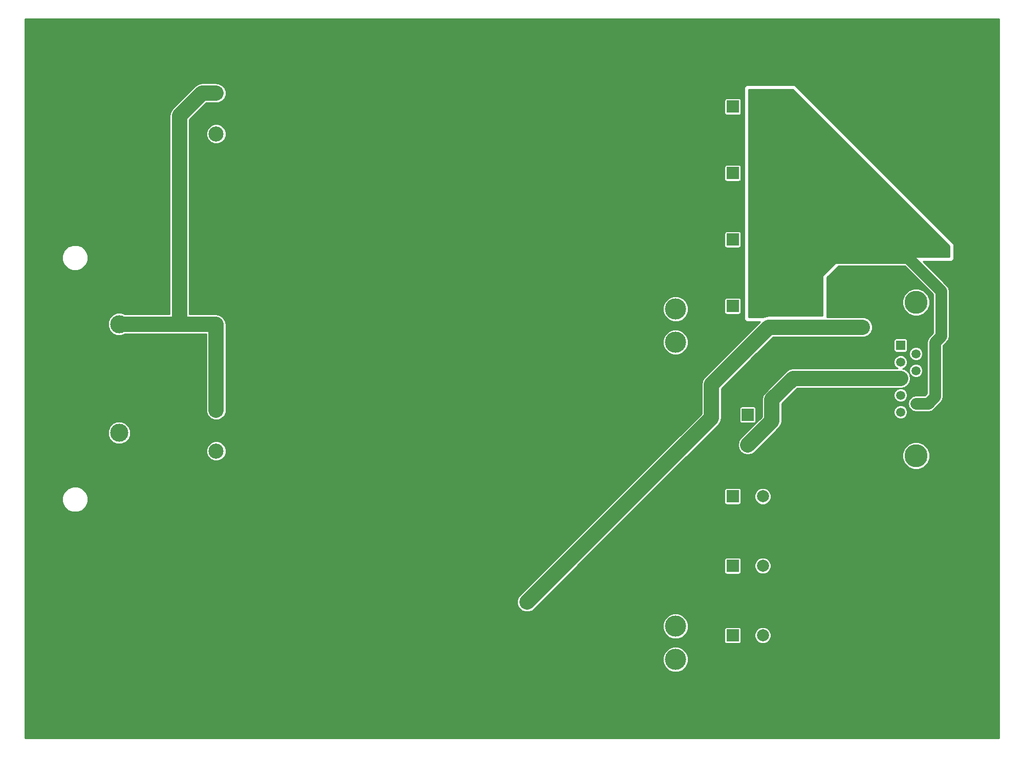
<source format=gtl>
G04 #@! TF.FileFunction,Copper,L1,Top,Signal*
%FSLAX46Y46*%
G04 Gerber Fmt 4.6, Leading zero omitted, Abs format (unit mm)*
G04 Created by KiCad (PCBNEW 4.0.7) date 08/30/17 11:51:51*
%MOMM*%
%LPD*%
G01*
G04 APERTURE LIST*
%ADD10C,0.150000*%
%ADD11C,3.500000*%
%ADD12C,2.500000*%
%ADD13R,2.000000X2.000000*%
%ADD14C,2.000000*%
%ADD15C,3.810000*%
%ADD16R,1.520000X1.520000*%
%ADD17C,1.520000*%
%ADD18C,3.000000*%
%ADD19C,2.540000*%
%ADD20C,2.540000*%
%ADD21C,1.905000*%
%ADD22C,0.254000*%
G04 APERTURE END LIST*
D10*
D11*
X108060000Y-54000000D03*
D12*
X32060000Y-12750000D03*
X32060000Y-19500000D03*
D11*
X108060000Y-48500000D03*
D13*
X117500000Y-102500000D03*
D14*
X122500000Y-102500000D03*
D13*
X117500000Y-48000000D03*
D14*
X122500000Y-48000000D03*
D13*
X117500000Y-91000000D03*
D14*
X122500000Y-91000000D03*
D13*
X117500000Y-37000000D03*
D14*
X122500000Y-37000000D03*
D13*
X117500000Y-79500000D03*
D14*
X122500000Y-79500000D03*
D13*
X117500000Y-26000000D03*
D14*
X122500000Y-26000000D03*
D13*
X120000000Y-66000000D03*
D14*
X120000000Y-71000000D03*
D13*
X117500000Y-15000000D03*
D14*
X122500000Y-15000000D03*
D15*
X147840000Y-72790000D03*
X147840000Y-47390000D03*
D16*
X145300000Y-54500000D03*
D17*
X145300000Y-57290000D03*
X145300000Y-59960000D03*
X145300000Y-62760000D03*
X145300000Y-65550000D03*
X147840000Y-55900000D03*
X147840000Y-58690000D03*
X147840000Y-61360000D03*
X147840000Y-64150000D03*
D11*
X108060000Y-106500000D03*
D12*
X32060000Y-65250000D03*
X32060000Y-72000000D03*
D11*
X108060000Y-101000000D03*
D18*
X16000000Y-69000000D03*
X16000000Y-51000000D03*
X16000000Y-60000000D03*
D19*
X139000000Y-51500000D03*
X83500000Y-97000000D03*
D20*
X145300000Y-59960000D02*
X127540000Y-59960000D01*
X124000000Y-67000000D02*
X120000000Y-71000000D01*
X124000000Y-63500000D02*
X124000000Y-67000000D01*
X127540000Y-59960000D02*
X124000000Y-63500000D01*
D21*
X122500000Y-26000000D02*
X122500000Y-15000000D01*
X122500000Y-37000000D02*
X122500000Y-26000000D01*
X122500000Y-48000000D02*
X122500000Y-37000000D01*
X147840000Y-64150000D02*
X149850000Y-64150000D01*
X125500000Y-40000000D02*
X122500000Y-37000000D01*
X146500000Y-40000000D02*
X125500000Y-40000000D01*
X152000000Y-45500000D02*
X146500000Y-40000000D01*
X152000000Y-53000000D02*
X152000000Y-45500000D01*
X151000000Y-54000000D02*
X152000000Y-53000000D01*
X151000000Y-63000000D02*
X151000000Y-54000000D01*
X149850000Y-64150000D02*
X151000000Y-63000000D01*
D20*
X123500000Y-51500000D02*
X139000000Y-51500000D01*
X114000000Y-61000000D02*
X123500000Y-51500000D01*
X114000000Y-66500000D02*
X114000000Y-61000000D01*
X83500000Y-97000000D02*
X114000000Y-66500000D01*
X32060000Y-12750000D02*
X29750000Y-12750000D01*
X26000000Y-16500000D02*
X26000000Y-51000000D01*
X29750000Y-12750000D02*
X26000000Y-16500000D01*
X16000000Y-51000000D02*
X26000000Y-51000000D01*
X26000000Y-51000000D02*
X32000000Y-51000000D01*
X32060000Y-51060000D02*
X32060000Y-65250000D01*
X32000000Y-51000000D02*
X32060000Y-51060000D01*
D22*
G36*
X161544000Y-119544000D02*
X456000Y-119544000D01*
X456000Y-106922022D01*
X105928631Y-106922022D01*
X106252373Y-107705538D01*
X106851309Y-108305521D01*
X107634258Y-108630630D01*
X108482022Y-108631369D01*
X109265538Y-108307627D01*
X109865521Y-107708691D01*
X110190630Y-106925742D01*
X110191369Y-106077978D01*
X109867627Y-105294462D01*
X109268691Y-104694479D01*
X108485742Y-104369370D01*
X107637978Y-104368631D01*
X106854462Y-104692373D01*
X106254479Y-105291309D01*
X105929370Y-106074258D01*
X105928631Y-106922022D01*
X456000Y-106922022D01*
X456000Y-101422022D01*
X105928631Y-101422022D01*
X106252373Y-102205538D01*
X106851309Y-102805521D01*
X107634258Y-103130630D01*
X108482022Y-103131369D01*
X109265538Y-102807627D01*
X109865521Y-102208691D01*
X110159795Y-101500000D01*
X116111536Y-101500000D01*
X116111536Y-103500000D01*
X116138103Y-103641190D01*
X116221546Y-103770865D01*
X116348866Y-103857859D01*
X116500000Y-103888464D01*
X118500000Y-103888464D01*
X118641190Y-103861897D01*
X118770865Y-103778454D01*
X118857859Y-103651134D01*
X118888464Y-103500000D01*
X118888464Y-102773493D01*
X121118761Y-102773493D01*
X121328563Y-103281251D01*
X121716705Y-103670072D01*
X122224097Y-103880759D01*
X122773493Y-103881239D01*
X123281251Y-103671437D01*
X123670072Y-103283295D01*
X123880759Y-102775903D01*
X123881239Y-102226507D01*
X123671437Y-101718749D01*
X123283295Y-101329928D01*
X122775903Y-101119241D01*
X122226507Y-101118761D01*
X121718749Y-101328563D01*
X121329928Y-101716705D01*
X121119241Y-102224097D01*
X121118761Y-102773493D01*
X118888464Y-102773493D01*
X118888464Y-101500000D01*
X118861897Y-101358810D01*
X118778454Y-101229135D01*
X118651134Y-101142141D01*
X118500000Y-101111536D01*
X116500000Y-101111536D01*
X116358810Y-101138103D01*
X116229135Y-101221546D01*
X116142141Y-101348866D01*
X116111536Y-101500000D01*
X110159795Y-101500000D01*
X110190630Y-101425742D01*
X110191369Y-100577978D01*
X109867627Y-99794462D01*
X109268691Y-99194479D01*
X108485742Y-98869370D01*
X107637978Y-98868631D01*
X106854462Y-99192373D01*
X106254479Y-99791309D01*
X105929370Y-100574258D01*
X105928631Y-101422022D01*
X456000Y-101422022D01*
X456000Y-97326963D01*
X81848714Y-97326963D01*
X82099534Y-97933995D01*
X82563563Y-98398834D01*
X83170155Y-98650713D01*
X83826963Y-98651286D01*
X84433995Y-98400466D01*
X84898834Y-97936437D01*
X84899122Y-97935744D01*
X92834866Y-90000000D01*
X116111536Y-90000000D01*
X116111536Y-92000000D01*
X116138103Y-92141190D01*
X116221546Y-92270865D01*
X116348866Y-92357859D01*
X116500000Y-92388464D01*
X118500000Y-92388464D01*
X118641190Y-92361897D01*
X118770865Y-92278454D01*
X118857859Y-92151134D01*
X118888464Y-92000000D01*
X118888464Y-91273493D01*
X121118761Y-91273493D01*
X121328563Y-91781251D01*
X121716705Y-92170072D01*
X122224097Y-92380759D01*
X122773493Y-92381239D01*
X123281251Y-92171437D01*
X123670072Y-91783295D01*
X123880759Y-91275903D01*
X123881239Y-90726507D01*
X123671437Y-90218749D01*
X123283295Y-89829928D01*
X122775903Y-89619241D01*
X122226507Y-89618761D01*
X121718749Y-89828563D01*
X121329928Y-90216705D01*
X121119241Y-90724097D01*
X121118761Y-91273493D01*
X118888464Y-91273493D01*
X118888464Y-90000000D01*
X118861897Y-89858810D01*
X118778454Y-89729135D01*
X118651134Y-89642141D01*
X118500000Y-89611536D01*
X116500000Y-89611536D01*
X116358810Y-89638103D01*
X116229135Y-89721546D01*
X116142141Y-89848866D01*
X116111536Y-90000000D01*
X92834866Y-90000000D01*
X104334866Y-78500000D01*
X116111536Y-78500000D01*
X116111536Y-80500000D01*
X116138103Y-80641190D01*
X116221546Y-80770865D01*
X116348866Y-80857859D01*
X116500000Y-80888464D01*
X118500000Y-80888464D01*
X118641190Y-80861897D01*
X118770865Y-80778454D01*
X118857859Y-80651134D01*
X118888464Y-80500000D01*
X118888464Y-79773493D01*
X121118761Y-79773493D01*
X121328563Y-80281251D01*
X121716705Y-80670072D01*
X122224097Y-80880759D01*
X122773493Y-80881239D01*
X123281251Y-80671437D01*
X123670072Y-80283295D01*
X123880759Y-79775903D01*
X123881239Y-79226507D01*
X123671437Y-78718749D01*
X123283295Y-78329928D01*
X122775903Y-78119241D01*
X122226507Y-78118761D01*
X121718749Y-78328563D01*
X121329928Y-78716705D01*
X121119241Y-79224097D01*
X121118761Y-79773493D01*
X118888464Y-79773493D01*
X118888464Y-78500000D01*
X118861897Y-78358810D01*
X118778454Y-78229135D01*
X118651134Y-78142141D01*
X118500000Y-78111536D01*
X116500000Y-78111536D01*
X116358810Y-78138103D01*
X116229135Y-78221546D01*
X116142141Y-78348866D01*
X116111536Y-78500000D01*
X104334866Y-78500000D01*
X109592147Y-73242719D01*
X145553604Y-73242719D01*
X145900894Y-74083223D01*
X146543395Y-74726846D01*
X147383292Y-75075602D01*
X148292719Y-75076396D01*
X149133223Y-74729106D01*
X149776846Y-74086605D01*
X150125602Y-73246708D01*
X150126396Y-72337281D01*
X149779106Y-71496777D01*
X149136605Y-70853154D01*
X148296708Y-70504398D01*
X147387281Y-70503604D01*
X146546777Y-70850894D01*
X145903154Y-71493395D01*
X145554398Y-72333292D01*
X145553604Y-73242719D01*
X109592147Y-73242719D01*
X111834866Y-71000000D01*
X118349000Y-71000000D01*
X118474675Y-71631811D01*
X118832567Y-72167433D01*
X119368189Y-72525325D01*
X120000000Y-72651000D01*
X120631811Y-72525325D01*
X121167433Y-72167433D01*
X125167433Y-68167433D01*
X125525325Y-67631811D01*
X125546176Y-67526987D01*
X125651000Y-67000000D01*
X125651000Y-65775963D01*
X144158802Y-65775963D01*
X144332143Y-66195480D01*
X144652831Y-66516729D01*
X145072045Y-66690802D01*
X145525963Y-66691198D01*
X145945480Y-66517857D01*
X146266729Y-66197169D01*
X146440802Y-65777955D01*
X146441198Y-65324037D01*
X146267857Y-64904520D01*
X145947169Y-64583271D01*
X145527955Y-64409198D01*
X145074037Y-64408802D01*
X144654520Y-64582143D01*
X144333271Y-64902831D01*
X144159198Y-65322045D01*
X144158802Y-65775963D01*
X125651000Y-65775963D01*
X125651000Y-64183866D01*
X126848903Y-62985963D01*
X144158802Y-62985963D01*
X144332143Y-63405480D01*
X144652831Y-63726729D01*
X145072045Y-63900802D01*
X145525963Y-63901198D01*
X145945480Y-63727857D01*
X146266729Y-63407169D01*
X146440802Y-62987955D01*
X146441198Y-62534037D01*
X146267857Y-62114520D01*
X145947169Y-61793271D01*
X145527955Y-61619198D01*
X145074037Y-61618802D01*
X144654520Y-61792143D01*
X144333271Y-62112831D01*
X144159198Y-62532045D01*
X144158802Y-62985963D01*
X126848903Y-62985963D01*
X128223866Y-61611000D01*
X145300000Y-61611000D01*
X145931810Y-61485325D01*
X146467433Y-61127433D01*
X146825325Y-60591810D01*
X146951000Y-59960000D01*
X146825325Y-59328190D01*
X146549884Y-58915963D01*
X146698802Y-58915963D01*
X146872143Y-59335480D01*
X147192831Y-59656729D01*
X147612045Y-59830802D01*
X148065963Y-59831198D01*
X148485480Y-59657857D01*
X148806729Y-59337169D01*
X148980802Y-58917955D01*
X148981198Y-58464037D01*
X148807857Y-58044520D01*
X148487169Y-57723271D01*
X148067955Y-57549198D01*
X147614037Y-57548802D01*
X147194520Y-57722143D01*
X146873271Y-58042831D01*
X146699198Y-58462045D01*
X146698802Y-58915963D01*
X146549884Y-58915963D01*
X146467433Y-58792567D01*
X145931810Y-58434675D01*
X145652169Y-58379051D01*
X145945480Y-58257857D01*
X146266729Y-57937169D01*
X146440802Y-57517955D01*
X146441198Y-57064037D01*
X146267857Y-56644520D01*
X145947169Y-56323271D01*
X145527955Y-56149198D01*
X145074037Y-56148802D01*
X144654520Y-56322143D01*
X144333271Y-56642831D01*
X144159198Y-57062045D01*
X144158802Y-57515963D01*
X144332143Y-57935480D01*
X144652831Y-58256729D01*
X144778713Y-58309000D01*
X127540000Y-58309000D01*
X126908189Y-58434675D01*
X126372567Y-58792567D01*
X122832567Y-62332567D01*
X122474675Y-62868189D01*
X122474675Y-62868190D01*
X122349000Y-63500000D01*
X122349000Y-66316134D01*
X118832567Y-69832567D01*
X118474675Y-70368189D01*
X118349000Y-71000000D01*
X111834866Y-71000000D01*
X115167434Y-67667433D01*
X115525325Y-67131810D01*
X115651000Y-66500000D01*
X115651000Y-65000000D01*
X118611536Y-65000000D01*
X118611536Y-67000000D01*
X118638103Y-67141190D01*
X118721546Y-67270865D01*
X118848866Y-67357859D01*
X119000000Y-67388464D01*
X121000000Y-67388464D01*
X121141190Y-67361897D01*
X121270865Y-67278454D01*
X121357859Y-67151134D01*
X121388464Y-67000000D01*
X121388464Y-65000000D01*
X121361897Y-64858810D01*
X121278454Y-64729135D01*
X121151134Y-64642141D01*
X121000000Y-64611536D01*
X119000000Y-64611536D01*
X118858810Y-64638103D01*
X118729135Y-64721546D01*
X118642141Y-64848866D01*
X118611536Y-65000000D01*
X115651000Y-65000000D01*
X115651000Y-61683866D01*
X121208903Y-56125963D01*
X146698802Y-56125963D01*
X146872143Y-56545480D01*
X147192831Y-56866729D01*
X147612045Y-57040802D01*
X148065963Y-57041198D01*
X148485480Y-56867857D01*
X148806729Y-56547169D01*
X148980802Y-56127955D01*
X148981198Y-55674037D01*
X148807857Y-55254520D01*
X148487169Y-54933271D01*
X148067955Y-54759198D01*
X147614037Y-54758802D01*
X147194520Y-54932143D01*
X146873271Y-55252831D01*
X146699198Y-55672045D01*
X146698802Y-56125963D01*
X121208903Y-56125963D01*
X123594866Y-53740000D01*
X144151536Y-53740000D01*
X144151536Y-55260000D01*
X144178103Y-55401190D01*
X144261546Y-55530865D01*
X144388866Y-55617859D01*
X144540000Y-55648464D01*
X146060000Y-55648464D01*
X146201190Y-55621897D01*
X146330865Y-55538454D01*
X146417859Y-55411134D01*
X146448464Y-55260000D01*
X146448464Y-53740000D01*
X146421897Y-53598810D01*
X146338454Y-53469135D01*
X146211134Y-53382141D01*
X146060000Y-53351536D01*
X144540000Y-53351536D01*
X144398810Y-53378103D01*
X144269135Y-53461546D01*
X144182141Y-53588866D01*
X144151536Y-53740000D01*
X123594866Y-53740000D01*
X124183866Y-53151000D01*
X138999132Y-53151000D01*
X139326963Y-53151286D01*
X139933995Y-52900466D01*
X140398834Y-52436437D01*
X140650713Y-51829845D01*
X140651286Y-51173037D01*
X140400466Y-50566005D01*
X139936437Y-50101166D01*
X139329845Y-49849287D01*
X138673037Y-49848714D01*
X138672345Y-49849000D01*
X133135000Y-49849000D01*
X133135000Y-47842719D01*
X145553604Y-47842719D01*
X145900894Y-48683223D01*
X146543395Y-49326846D01*
X147383292Y-49675602D01*
X148292719Y-49676396D01*
X149133223Y-49329106D01*
X149776846Y-48686605D01*
X150125602Y-47846708D01*
X150126396Y-46937281D01*
X149779106Y-46096777D01*
X149136605Y-45453154D01*
X148296708Y-45104398D01*
X147387281Y-45103604D01*
X146546777Y-45450894D01*
X145903154Y-46093395D01*
X145554398Y-46933292D01*
X145553604Y-47842719D01*
X133135000Y-47842719D01*
X133135000Y-43263026D01*
X135064526Y-41333500D01*
X145947646Y-41333500D01*
X150666500Y-46052354D01*
X150666500Y-52447646D01*
X150057073Y-53057073D01*
X149768007Y-53489692D01*
X149666500Y-54000000D01*
X149666500Y-62447646D01*
X149297646Y-62816500D01*
X147840000Y-62816500D01*
X147329692Y-62918007D01*
X146897073Y-63207073D01*
X146608007Y-63639692D01*
X146506500Y-64150000D01*
X146608007Y-64660308D01*
X146897073Y-65092927D01*
X147329692Y-65381993D01*
X147840000Y-65483500D01*
X149850000Y-65483500D01*
X150360308Y-65381993D01*
X150792927Y-65092927D01*
X151942927Y-63942927D01*
X152231993Y-63510308D01*
X152333500Y-63000000D01*
X152333500Y-54552354D01*
X152942927Y-53942927D01*
X153231993Y-53510308D01*
X153333500Y-53000000D01*
X153333500Y-45500000D01*
X153231993Y-44989692D01*
X152942927Y-44557073D01*
X149020854Y-40635000D01*
X153500000Y-40635000D01*
X153730795Y-40591573D01*
X153942767Y-40455173D01*
X154084971Y-40247051D01*
X154135000Y-40000000D01*
X154135000Y-38000000D01*
X154088328Y-37761054D01*
X153949013Y-37550987D01*
X127949013Y-11550987D01*
X127747051Y-11415029D01*
X127500000Y-11365000D01*
X120000000Y-11365000D01*
X119769205Y-11408427D01*
X119557233Y-11544827D01*
X119415029Y-11752949D01*
X119365000Y-12000000D01*
X119365000Y-50000000D01*
X119408427Y-50230795D01*
X119544827Y-50442767D01*
X119752949Y-50584971D01*
X120000000Y-50635000D01*
X122030134Y-50635000D01*
X112832567Y-59832567D01*
X112474675Y-60368189D01*
X112474675Y-60368190D01*
X112349000Y-61000000D01*
X112349000Y-65816133D01*
X82333585Y-95831549D01*
X82101166Y-96063563D01*
X81849287Y-96670155D01*
X81848714Y-97326963D01*
X456000Y-97326963D01*
X456000Y-80422022D01*
X6568631Y-80422022D01*
X6892373Y-81205538D01*
X7491309Y-81805521D01*
X8274258Y-82130630D01*
X9122022Y-82131369D01*
X9905538Y-81807627D01*
X10505521Y-81208691D01*
X10830630Y-80425742D01*
X10831369Y-79577978D01*
X10507627Y-78794462D01*
X9908691Y-78194479D01*
X9125742Y-77869370D01*
X8277978Y-77868631D01*
X7494462Y-78192373D01*
X6894479Y-78791309D01*
X6569370Y-79574258D01*
X6568631Y-80422022D01*
X456000Y-80422022D01*
X456000Y-72323003D01*
X30428718Y-72323003D01*
X30676499Y-72922680D01*
X31134907Y-73381888D01*
X31734151Y-73630716D01*
X32383003Y-73631282D01*
X32982680Y-73383501D01*
X33441888Y-72925093D01*
X33690716Y-72325849D01*
X33691282Y-71676997D01*
X33443501Y-71077320D01*
X32985093Y-70618112D01*
X32385849Y-70369284D01*
X31736997Y-70368718D01*
X31137320Y-70616499D01*
X30678112Y-71074907D01*
X30429284Y-71674151D01*
X30428718Y-72323003D01*
X456000Y-72323003D01*
X456000Y-69372513D01*
X14118674Y-69372513D01*
X14404436Y-70064109D01*
X14933108Y-70593704D01*
X15624204Y-70880673D01*
X16372513Y-70881326D01*
X17064109Y-70595564D01*
X17593704Y-70066892D01*
X17880673Y-69375796D01*
X17881326Y-68627487D01*
X17595564Y-67935891D01*
X17066892Y-67406296D01*
X16375796Y-67119327D01*
X15627487Y-67118674D01*
X14935891Y-67404436D01*
X14406296Y-67933108D01*
X14119327Y-68624204D01*
X14118674Y-69372513D01*
X456000Y-69372513D01*
X456000Y-51372513D01*
X14118674Y-51372513D01*
X14404436Y-52064109D01*
X14933108Y-52593704D01*
X15624204Y-52880673D01*
X16372513Y-52881326D01*
X16929944Y-52651000D01*
X30409000Y-52651000D01*
X30409000Y-65250000D01*
X30428912Y-65350106D01*
X30428718Y-65573003D01*
X30514588Y-65780823D01*
X30534675Y-65881810D01*
X30591379Y-65966674D01*
X30676499Y-66172680D01*
X30835363Y-66331821D01*
X30892567Y-66417433D01*
X30977431Y-66474138D01*
X31134907Y-66631888D01*
X31342577Y-66718120D01*
X31428190Y-66775325D01*
X31528295Y-66795237D01*
X31734151Y-66880716D01*
X31959012Y-66880912D01*
X32060000Y-66901000D01*
X32160106Y-66881088D01*
X32383003Y-66881282D01*
X32590823Y-66795412D01*
X32691810Y-66775325D01*
X32776674Y-66718621D01*
X32982680Y-66633501D01*
X33141821Y-66474637D01*
X33227433Y-66417433D01*
X33284138Y-66332569D01*
X33441888Y-66175093D01*
X33528120Y-65967423D01*
X33585325Y-65881810D01*
X33605237Y-65781705D01*
X33690716Y-65575849D01*
X33690912Y-65350988D01*
X33711000Y-65250000D01*
X33711000Y-54422022D01*
X105928631Y-54422022D01*
X106252373Y-55205538D01*
X106851309Y-55805521D01*
X107634258Y-56130630D01*
X108482022Y-56131369D01*
X109265538Y-55807627D01*
X109865521Y-55208691D01*
X110190630Y-54425742D01*
X110191369Y-53577978D01*
X109867627Y-52794462D01*
X109268691Y-52194479D01*
X108485742Y-51869370D01*
X107637978Y-51868631D01*
X106854462Y-52192373D01*
X106254479Y-52791309D01*
X105929370Y-53574258D01*
X105928631Y-54422022D01*
X33711000Y-54422022D01*
X33711000Y-51060000D01*
X33585325Y-50428190D01*
X33227433Y-49892567D01*
X33167433Y-49832567D01*
X32631811Y-49474675D01*
X32000000Y-49349000D01*
X27651000Y-49349000D01*
X27651000Y-48922022D01*
X105928631Y-48922022D01*
X106252373Y-49705538D01*
X106851309Y-50305521D01*
X107634258Y-50630630D01*
X108482022Y-50631369D01*
X109265538Y-50307627D01*
X109865521Y-49708691D01*
X110190630Y-48925742D01*
X110191369Y-48077978D01*
X109867627Y-47294462D01*
X109573679Y-47000000D01*
X116111536Y-47000000D01*
X116111536Y-49000000D01*
X116138103Y-49141190D01*
X116221546Y-49270865D01*
X116348866Y-49357859D01*
X116500000Y-49388464D01*
X118500000Y-49388464D01*
X118641190Y-49361897D01*
X118770865Y-49278454D01*
X118857859Y-49151134D01*
X118888464Y-49000000D01*
X118888464Y-47000000D01*
X118861897Y-46858810D01*
X118778454Y-46729135D01*
X118651134Y-46642141D01*
X118500000Y-46611536D01*
X116500000Y-46611536D01*
X116358810Y-46638103D01*
X116229135Y-46721546D01*
X116142141Y-46848866D01*
X116111536Y-47000000D01*
X109573679Y-47000000D01*
X109268691Y-46694479D01*
X108485742Y-46369370D01*
X107637978Y-46368631D01*
X106854462Y-46692373D01*
X106254479Y-47291309D01*
X105929370Y-48074258D01*
X105928631Y-48922022D01*
X27651000Y-48922022D01*
X27651000Y-36000000D01*
X116111536Y-36000000D01*
X116111536Y-38000000D01*
X116138103Y-38141190D01*
X116221546Y-38270865D01*
X116348866Y-38357859D01*
X116500000Y-38388464D01*
X118500000Y-38388464D01*
X118641190Y-38361897D01*
X118770865Y-38278454D01*
X118857859Y-38151134D01*
X118888464Y-38000000D01*
X118888464Y-36000000D01*
X118861897Y-35858810D01*
X118778454Y-35729135D01*
X118651134Y-35642141D01*
X118500000Y-35611536D01*
X116500000Y-35611536D01*
X116358810Y-35638103D01*
X116229135Y-35721546D01*
X116142141Y-35848866D01*
X116111536Y-36000000D01*
X27651000Y-36000000D01*
X27651000Y-25000000D01*
X116111536Y-25000000D01*
X116111536Y-27000000D01*
X116138103Y-27141190D01*
X116221546Y-27270865D01*
X116348866Y-27357859D01*
X116500000Y-27388464D01*
X118500000Y-27388464D01*
X118641190Y-27361897D01*
X118770865Y-27278454D01*
X118857859Y-27151134D01*
X118888464Y-27000000D01*
X118888464Y-25000000D01*
X118861897Y-24858810D01*
X118778454Y-24729135D01*
X118651134Y-24642141D01*
X118500000Y-24611536D01*
X116500000Y-24611536D01*
X116358810Y-24638103D01*
X116229135Y-24721546D01*
X116142141Y-24848866D01*
X116111536Y-25000000D01*
X27651000Y-25000000D01*
X27651000Y-19823003D01*
X30428718Y-19823003D01*
X30676499Y-20422680D01*
X31134907Y-20881888D01*
X31734151Y-21130716D01*
X32383003Y-21131282D01*
X32982680Y-20883501D01*
X33441888Y-20425093D01*
X33690716Y-19825849D01*
X33691282Y-19176997D01*
X33443501Y-18577320D01*
X32985093Y-18118112D01*
X32385849Y-17869284D01*
X31736997Y-17868718D01*
X31137320Y-18116499D01*
X30678112Y-18574907D01*
X30429284Y-19174151D01*
X30428718Y-19823003D01*
X27651000Y-19823003D01*
X27651000Y-17183866D01*
X30433866Y-14401000D01*
X32060000Y-14401000D01*
X32160106Y-14381088D01*
X32383003Y-14381282D01*
X32590823Y-14295412D01*
X32691810Y-14275325D01*
X32776674Y-14218621D01*
X32982680Y-14133501D01*
X33116413Y-14000000D01*
X116111536Y-14000000D01*
X116111536Y-16000000D01*
X116138103Y-16141190D01*
X116221546Y-16270865D01*
X116348866Y-16357859D01*
X116500000Y-16388464D01*
X118500000Y-16388464D01*
X118641190Y-16361897D01*
X118770865Y-16278454D01*
X118857859Y-16151134D01*
X118888464Y-16000000D01*
X118888464Y-14000000D01*
X118861897Y-13858810D01*
X118778454Y-13729135D01*
X118651134Y-13642141D01*
X118500000Y-13611536D01*
X116500000Y-13611536D01*
X116358810Y-13638103D01*
X116229135Y-13721546D01*
X116142141Y-13848866D01*
X116111536Y-14000000D01*
X33116413Y-14000000D01*
X33141821Y-13974637D01*
X33227433Y-13917433D01*
X33284138Y-13832569D01*
X33441888Y-13675093D01*
X33528120Y-13467423D01*
X33585325Y-13381810D01*
X33605237Y-13281705D01*
X33690716Y-13075849D01*
X33690912Y-12850988D01*
X33711000Y-12750000D01*
X33691088Y-12649894D01*
X33691282Y-12426997D01*
X33605412Y-12219177D01*
X33585325Y-12118190D01*
X33528621Y-12033326D01*
X33443501Y-11827320D01*
X33284637Y-11668179D01*
X33227433Y-11582567D01*
X33142569Y-11525862D01*
X32985093Y-11368112D01*
X32777423Y-11281880D01*
X32691810Y-11224675D01*
X32591705Y-11204763D01*
X32385849Y-11119284D01*
X32160988Y-11119088D01*
X32060000Y-11099000D01*
X29750000Y-11099000D01*
X29118190Y-11224675D01*
X28582567Y-11582567D01*
X24832567Y-15332567D01*
X24474675Y-15868189D01*
X24474675Y-15868190D01*
X24349000Y-16500000D01*
X24349000Y-49349000D01*
X16928908Y-49349000D01*
X16375796Y-49119327D01*
X15627487Y-49118674D01*
X14935891Y-49404436D01*
X14406296Y-49933108D01*
X14119327Y-50624204D01*
X14118674Y-51372513D01*
X456000Y-51372513D01*
X456000Y-40422022D01*
X6568631Y-40422022D01*
X6892373Y-41205538D01*
X7491309Y-41805521D01*
X8274258Y-42130630D01*
X9122022Y-42131369D01*
X9905538Y-41807627D01*
X10505521Y-41208691D01*
X10830630Y-40425742D01*
X10831369Y-39577978D01*
X10507627Y-38794462D01*
X9908691Y-38194479D01*
X9125742Y-37869370D01*
X8277978Y-37868631D01*
X7494462Y-38192373D01*
X6894479Y-38791309D01*
X6569370Y-39574258D01*
X6568631Y-40422022D01*
X456000Y-40422022D01*
X456000Y-456000D01*
X161544000Y-456000D01*
X161544000Y-119544000D01*
X161544000Y-119544000D01*
G37*
X161544000Y-119544000D02*
X456000Y-119544000D01*
X456000Y-106922022D01*
X105928631Y-106922022D01*
X106252373Y-107705538D01*
X106851309Y-108305521D01*
X107634258Y-108630630D01*
X108482022Y-108631369D01*
X109265538Y-108307627D01*
X109865521Y-107708691D01*
X110190630Y-106925742D01*
X110191369Y-106077978D01*
X109867627Y-105294462D01*
X109268691Y-104694479D01*
X108485742Y-104369370D01*
X107637978Y-104368631D01*
X106854462Y-104692373D01*
X106254479Y-105291309D01*
X105929370Y-106074258D01*
X105928631Y-106922022D01*
X456000Y-106922022D01*
X456000Y-101422022D01*
X105928631Y-101422022D01*
X106252373Y-102205538D01*
X106851309Y-102805521D01*
X107634258Y-103130630D01*
X108482022Y-103131369D01*
X109265538Y-102807627D01*
X109865521Y-102208691D01*
X110159795Y-101500000D01*
X116111536Y-101500000D01*
X116111536Y-103500000D01*
X116138103Y-103641190D01*
X116221546Y-103770865D01*
X116348866Y-103857859D01*
X116500000Y-103888464D01*
X118500000Y-103888464D01*
X118641190Y-103861897D01*
X118770865Y-103778454D01*
X118857859Y-103651134D01*
X118888464Y-103500000D01*
X118888464Y-102773493D01*
X121118761Y-102773493D01*
X121328563Y-103281251D01*
X121716705Y-103670072D01*
X122224097Y-103880759D01*
X122773493Y-103881239D01*
X123281251Y-103671437D01*
X123670072Y-103283295D01*
X123880759Y-102775903D01*
X123881239Y-102226507D01*
X123671437Y-101718749D01*
X123283295Y-101329928D01*
X122775903Y-101119241D01*
X122226507Y-101118761D01*
X121718749Y-101328563D01*
X121329928Y-101716705D01*
X121119241Y-102224097D01*
X121118761Y-102773493D01*
X118888464Y-102773493D01*
X118888464Y-101500000D01*
X118861897Y-101358810D01*
X118778454Y-101229135D01*
X118651134Y-101142141D01*
X118500000Y-101111536D01*
X116500000Y-101111536D01*
X116358810Y-101138103D01*
X116229135Y-101221546D01*
X116142141Y-101348866D01*
X116111536Y-101500000D01*
X110159795Y-101500000D01*
X110190630Y-101425742D01*
X110191369Y-100577978D01*
X109867627Y-99794462D01*
X109268691Y-99194479D01*
X108485742Y-98869370D01*
X107637978Y-98868631D01*
X106854462Y-99192373D01*
X106254479Y-99791309D01*
X105929370Y-100574258D01*
X105928631Y-101422022D01*
X456000Y-101422022D01*
X456000Y-97326963D01*
X81848714Y-97326963D01*
X82099534Y-97933995D01*
X82563563Y-98398834D01*
X83170155Y-98650713D01*
X83826963Y-98651286D01*
X84433995Y-98400466D01*
X84898834Y-97936437D01*
X84899122Y-97935744D01*
X92834866Y-90000000D01*
X116111536Y-90000000D01*
X116111536Y-92000000D01*
X116138103Y-92141190D01*
X116221546Y-92270865D01*
X116348866Y-92357859D01*
X116500000Y-92388464D01*
X118500000Y-92388464D01*
X118641190Y-92361897D01*
X118770865Y-92278454D01*
X118857859Y-92151134D01*
X118888464Y-92000000D01*
X118888464Y-91273493D01*
X121118761Y-91273493D01*
X121328563Y-91781251D01*
X121716705Y-92170072D01*
X122224097Y-92380759D01*
X122773493Y-92381239D01*
X123281251Y-92171437D01*
X123670072Y-91783295D01*
X123880759Y-91275903D01*
X123881239Y-90726507D01*
X123671437Y-90218749D01*
X123283295Y-89829928D01*
X122775903Y-89619241D01*
X122226507Y-89618761D01*
X121718749Y-89828563D01*
X121329928Y-90216705D01*
X121119241Y-90724097D01*
X121118761Y-91273493D01*
X118888464Y-91273493D01*
X118888464Y-90000000D01*
X118861897Y-89858810D01*
X118778454Y-89729135D01*
X118651134Y-89642141D01*
X118500000Y-89611536D01*
X116500000Y-89611536D01*
X116358810Y-89638103D01*
X116229135Y-89721546D01*
X116142141Y-89848866D01*
X116111536Y-90000000D01*
X92834866Y-90000000D01*
X104334866Y-78500000D01*
X116111536Y-78500000D01*
X116111536Y-80500000D01*
X116138103Y-80641190D01*
X116221546Y-80770865D01*
X116348866Y-80857859D01*
X116500000Y-80888464D01*
X118500000Y-80888464D01*
X118641190Y-80861897D01*
X118770865Y-80778454D01*
X118857859Y-80651134D01*
X118888464Y-80500000D01*
X118888464Y-79773493D01*
X121118761Y-79773493D01*
X121328563Y-80281251D01*
X121716705Y-80670072D01*
X122224097Y-80880759D01*
X122773493Y-80881239D01*
X123281251Y-80671437D01*
X123670072Y-80283295D01*
X123880759Y-79775903D01*
X123881239Y-79226507D01*
X123671437Y-78718749D01*
X123283295Y-78329928D01*
X122775903Y-78119241D01*
X122226507Y-78118761D01*
X121718749Y-78328563D01*
X121329928Y-78716705D01*
X121119241Y-79224097D01*
X121118761Y-79773493D01*
X118888464Y-79773493D01*
X118888464Y-78500000D01*
X118861897Y-78358810D01*
X118778454Y-78229135D01*
X118651134Y-78142141D01*
X118500000Y-78111536D01*
X116500000Y-78111536D01*
X116358810Y-78138103D01*
X116229135Y-78221546D01*
X116142141Y-78348866D01*
X116111536Y-78500000D01*
X104334866Y-78500000D01*
X109592147Y-73242719D01*
X145553604Y-73242719D01*
X145900894Y-74083223D01*
X146543395Y-74726846D01*
X147383292Y-75075602D01*
X148292719Y-75076396D01*
X149133223Y-74729106D01*
X149776846Y-74086605D01*
X150125602Y-73246708D01*
X150126396Y-72337281D01*
X149779106Y-71496777D01*
X149136605Y-70853154D01*
X148296708Y-70504398D01*
X147387281Y-70503604D01*
X146546777Y-70850894D01*
X145903154Y-71493395D01*
X145554398Y-72333292D01*
X145553604Y-73242719D01*
X109592147Y-73242719D01*
X111834866Y-71000000D01*
X118349000Y-71000000D01*
X118474675Y-71631811D01*
X118832567Y-72167433D01*
X119368189Y-72525325D01*
X120000000Y-72651000D01*
X120631811Y-72525325D01*
X121167433Y-72167433D01*
X125167433Y-68167433D01*
X125525325Y-67631811D01*
X125546176Y-67526987D01*
X125651000Y-67000000D01*
X125651000Y-65775963D01*
X144158802Y-65775963D01*
X144332143Y-66195480D01*
X144652831Y-66516729D01*
X145072045Y-66690802D01*
X145525963Y-66691198D01*
X145945480Y-66517857D01*
X146266729Y-66197169D01*
X146440802Y-65777955D01*
X146441198Y-65324037D01*
X146267857Y-64904520D01*
X145947169Y-64583271D01*
X145527955Y-64409198D01*
X145074037Y-64408802D01*
X144654520Y-64582143D01*
X144333271Y-64902831D01*
X144159198Y-65322045D01*
X144158802Y-65775963D01*
X125651000Y-65775963D01*
X125651000Y-64183866D01*
X126848903Y-62985963D01*
X144158802Y-62985963D01*
X144332143Y-63405480D01*
X144652831Y-63726729D01*
X145072045Y-63900802D01*
X145525963Y-63901198D01*
X145945480Y-63727857D01*
X146266729Y-63407169D01*
X146440802Y-62987955D01*
X146441198Y-62534037D01*
X146267857Y-62114520D01*
X145947169Y-61793271D01*
X145527955Y-61619198D01*
X145074037Y-61618802D01*
X144654520Y-61792143D01*
X144333271Y-62112831D01*
X144159198Y-62532045D01*
X144158802Y-62985963D01*
X126848903Y-62985963D01*
X128223866Y-61611000D01*
X145300000Y-61611000D01*
X145931810Y-61485325D01*
X146467433Y-61127433D01*
X146825325Y-60591810D01*
X146951000Y-59960000D01*
X146825325Y-59328190D01*
X146549884Y-58915963D01*
X146698802Y-58915963D01*
X146872143Y-59335480D01*
X147192831Y-59656729D01*
X147612045Y-59830802D01*
X148065963Y-59831198D01*
X148485480Y-59657857D01*
X148806729Y-59337169D01*
X148980802Y-58917955D01*
X148981198Y-58464037D01*
X148807857Y-58044520D01*
X148487169Y-57723271D01*
X148067955Y-57549198D01*
X147614037Y-57548802D01*
X147194520Y-57722143D01*
X146873271Y-58042831D01*
X146699198Y-58462045D01*
X146698802Y-58915963D01*
X146549884Y-58915963D01*
X146467433Y-58792567D01*
X145931810Y-58434675D01*
X145652169Y-58379051D01*
X145945480Y-58257857D01*
X146266729Y-57937169D01*
X146440802Y-57517955D01*
X146441198Y-57064037D01*
X146267857Y-56644520D01*
X145947169Y-56323271D01*
X145527955Y-56149198D01*
X145074037Y-56148802D01*
X144654520Y-56322143D01*
X144333271Y-56642831D01*
X144159198Y-57062045D01*
X144158802Y-57515963D01*
X144332143Y-57935480D01*
X144652831Y-58256729D01*
X144778713Y-58309000D01*
X127540000Y-58309000D01*
X126908189Y-58434675D01*
X126372567Y-58792567D01*
X122832567Y-62332567D01*
X122474675Y-62868189D01*
X122474675Y-62868190D01*
X122349000Y-63500000D01*
X122349000Y-66316134D01*
X118832567Y-69832567D01*
X118474675Y-70368189D01*
X118349000Y-71000000D01*
X111834866Y-71000000D01*
X115167434Y-67667433D01*
X115525325Y-67131810D01*
X115651000Y-66500000D01*
X115651000Y-65000000D01*
X118611536Y-65000000D01*
X118611536Y-67000000D01*
X118638103Y-67141190D01*
X118721546Y-67270865D01*
X118848866Y-67357859D01*
X119000000Y-67388464D01*
X121000000Y-67388464D01*
X121141190Y-67361897D01*
X121270865Y-67278454D01*
X121357859Y-67151134D01*
X121388464Y-67000000D01*
X121388464Y-65000000D01*
X121361897Y-64858810D01*
X121278454Y-64729135D01*
X121151134Y-64642141D01*
X121000000Y-64611536D01*
X119000000Y-64611536D01*
X118858810Y-64638103D01*
X118729135Y-64721546D01*
X118642141Y-64848866D01*
X118611536Y-65000000D01*
X115651000Y-65000000D01*
X115651000Y-61683866D01*
X121208903Y-56125963D01*
X146698802Y-56125963D01*
X146872143Y-56545480D01*
X147192831Y-56866729D01*
X147612045Y-57040802D01*
X148065963Y-57041198D01*
X148485480Y-56867857D01*
X148806729Y-56547169D01*
X148980802Y-56127955D01*
X148981198Y-55674037D01*
X148807857Y-55254520D01*
X148487169Y-54933271D01*
X148067955Y-54759198D01*
X147614037Y-54758802D01*
X147194520Y-54932143D01*
X146873271Y-55252831D01*
X146699198Y-55672045D01*
X146698802Y-56125963D01*
X121208903Y-56125963D01*
X123594866Y-53740000D01*
X144151536Y-53740000D01*
X144151536Y-55260000D01*
X144178103Y-55401190D01*
X144261546Y-55530865D01*
X144388866Y-55617859D01*
X144540000Y-55648464D01*
X146060000Y-55648464D01*
X146201190Y-55621897D01*
X146330865Y-55538454D01*
X146417859Y-55411134D01*
X146448464Y-55260000D01*
X146448464Y-53740000D01*
X146421897Y-53598810D01*
X146338454Y-53469135D01*
X146211134Y-53382141D01*
X146060000Y-53351536D01*
X144540000Y-53351536D01*
X144398810Y-53378103D01*
X144269135Y-53461546D01*
X144182141Y-53588866D01*
X144151536Y-53740000D01*
X123594866Y-53740000D01*
X124183866Y-53151000D01*
X138999132Y-53151000D01*
X139326963Y-53151286D01*
X139933995Y-52900466D01*
X140398834Y-52436437D01*
X140650713Y-51829845D01*
X140651286Y-51173037D01*
X140400466Y-50566005D01*
X139936437Y-50101166D01*
X139329845Y-49849287D01*
X138673037Y-49848714D01*
X138672345Y-49849000D01*
X133135000Y-49849000D01*
X133135000Y-47842719D01*
X145553604Y-47842719D01*
X145900894Y-48683223D01*
X146543395Y-49326846D01*
X147383292Y-49675602D01*
X148292719Y-49676396D01*
X149133223Y-49329106D01*
X149776846Y-48686605D01*
X150125602Y-47846708D01*
X150126396Y-46937281D01*
X149779106Y-46096777D01*
X149136605Y-45453154D01*
X148296708Y-45104398D01*
X147387281Y-45103604D01*
X146546777Y-45450894D01*
X145903154Y-46093395D01*
X145554398Y-46933292D01*
X145553604Y-47842719D01*
X133135000Y-47842719D01*
X133135000Y-43263026D01*
X135064526Y-41333500D01*
X145947646Y-41333500D01*
X150666500Y-46052354D01*
X150666500Y-52447646D01*
X150057073Y-53057073D01*
X149768007Y-53489692D01*
X149666500Y-54000000D01*
X149666500Y-62447646D01*
X149297646Y-62816500D01*
X147840000Y-62816500D01*
X147329692Y-62918007D01*
X146897073Y-63207073D01*
X146608007Y-63639692D01*
X146506500Y-64150000D01*
X146608007Y-64660308D01*
X146897073Y-65092927D01*
X147329692Y-65381993D01*
X147840000Y-65483500D01*
X149850000Y-65483500D01*
X150360308Y-65381993D01*
X150792927Y-65092927D01*
X151942927Y-63942927D01*
X152231993Y-63510308D01*
X152333500Y-63000000D01*
X152333500Y-54552354D01*
X152942927Y-53942927D01*
X153231993Y-53510308D01*
X153333500Y-53000000D01*
X153333500Y-45500000D01*
X153231993Y-44989692D01*
X152942927Y-44557073D01*
X149020854Y-40635000D01*
X153500000Y-40635000D01*
X153730795Y-40591573D01*
X153942767Y-40455173D01*
X154084971Y-40247051D01*
X154135000Y-40000000D01*
X154135000Y-38000000D01*
X154088328Y-37761054D01*
X153949013Y-37550987D01*
X127949013Y-11550987D01*
X127747051Y-11415029D01*
X127500000Y-11365000D01*
X120000000Y-11365000D01*
X119769205Y-11408427D01*
X119557233Y-11544827D01*
X119415029Y-11752949D01*
X119365000Y-12000000D01*
X119365000Y-50000000D01*
X119408427Y-50230795D01*
X119544827Y-50442767D01*
X119752949Y-50584971D01*
X120000000Y-50635000D01*
X122030134Y-50635000D01*
X112832567Y-59832567D01*
X112474675Y-60368189D01*
X112474675Y-60368190D01*
X112349000Y-61000000D01*
X112349000Y-65816133D01*
X82333585Y-95831549D01*
X82101166Y-96063563D01*
X81849287Y-96670155D01*
X81848714Y-97326963D01*
X456000Y-97326963D01*
X456000Y-80422022D01*
X6568631Y-80422022D01*
X6892373Y-81205538D01*
X7491309Y-81805521D01*
X8274258Y-82130630D01*
X9122022Y-82131369D01*
X9905538Y-81807627D01*
X10505521Y-81208691D01*
X10830630Y-80425742D01*
X10831369Y-79577978D01*
X10507627Y-78794462D01*
X9908691Y-78194479D01*
X9125742Y-77869370D01*
X8277978Y-77868631D01*
X7494462Y-78192373D01*
X6894479Y-78791309D01*
X6569370Y-79574258D01*
X6568631Y-80422022D01*
X456000Y-80422022D01*
X456000Y-72323003D01*
X30428718Y-72323003D01*
X30676499Y-72922680D01*
X31134907Y-73381888D01*
X31734151Y-73630716D01*
X32383003Y-73631282D01*
X32982680Y-73383501D01*
X33441888Y-72925093D01*
X33690716Y-72325849D01*
X33691282Y-71676997D01*
X33443501Y-71077320D01*
X32985093Y-70618112D01*
X32385849Y-70369284D01*
X31736997Y-70368718D01*
X31137320Y-70616499D01*
X30678112Y-71074907D01*
X30429284Y-71674151D01*
X30428718Y-72323003D01*
X456000Y-72323003D01*
X456000Y-69372513D01*
X14118674Y-69372513D01*
X14404436Y-70064109D01*
X14933108Y-70593704D01*
X15624204Y-70880673D01*
X16372513Y-70881326D01*
X17064109Y-70595564D01*
X17593704Y-70066892D01*
X17880673Y-69375796D01*
X17881326Y-68627487D01*
X17595564Y-67935891D01*
X17066892Y-67406296D01*
X16375796Y-67119327D01*
X15627487Y-67118674D01*
X14935891Y-67404436D01*
X14406296Y-67933108D01*
X14119327Y-68624204D01*
X14118674Y-69372513D01*
X456000Y-69372513D01*
X456000Y-51372513D01*
X14118674Y-51372513D01*
X14404436Y-52064109D01*
X14933108Y-52593704D01*
X15624204Y-52880673D01*
X16372513Y-52881326D01*
X16929944Y-52651000D01*
X30409000Y-52651000D01*
X30409000Y-65250000D01*
X30428912Y-65350106D01*
X30428718Y-65573003D01*
X30514588Y-65780823D01*
X30534675Y-65881810D01*
X30591379Y-65966674D01*
X30676499Y-66172680D01*
X30835363Y-66331821D01*
X30892567Y-66417433D01*
X30977431Y-66474138D01*
X31134907Y-66631888D01*
X31342577Y-66718120D01*
X31428190Y-66775325D01*
X31528295Y-66795237D01*
X31734151Y-66880716D01*
X31959012Y-66880912D01*
X32060000Y-66901000D01*
X32160106Y-66881088D01*
X32383003Y-66881282D01*
X32590823Y-66795412D01*
X32691810Y-66775325D01*
X32776674Y-66718621D01*
X32982680Y-66633501D01*
X33141821Y-66474637D01*
X33227433Y-66417433D01*
X33284138Y-66332569D01*
X33441888Y-66175093D01*
X33528120Y-65967423D01*
X33585325Y-65881810D01*
X33605237Y-65781705D01*
X33690716Y-65575849D01*
X33690912Y-65350988D01*
X33711000Y-65250000D01*
X33711000Y-54422022D01*
X105928631Y-54422022D01*
X106252373Y-55205538D01*
X106851309Y-55805521D01*
X107634258Y-56130630D01*
X108482022Y-56131369D01*
X109265538Y-55807627D01*
X109865521Y-55208691D01*
X110190630Y-54425742D01*
X110191369Y-53577978D01*
X109867627Y-52794462D01*
X109268691Y-52194479D01*
X108485742Y-51869370D01*
X107637978Y-51868631D01*
X106854462Y-52192373D01*
X106254479Y-52791309D01*
X105929370Y-53574258D01*
X105928631Y-54422022D01*
X33711000Y-54422022D01*
X33711000Y-51060000D01*
X33585325Y-50428190D01*
X33227433Y-49892567D01*
X33167433Y-49832567D01*
X32631811Y-49474675D01*
X32000000Y-49349000D01*
X27651000Y-49349000D01*
X27651000Y-48922022D01*
X105928631Y-48922022D01*
X106252373Y-49705538D01*
X106851309Y-50305521D01*
X107634258Y-50630630D01*
X108482022Y-50631369D01*
X109265538Y-50307627D01*
X109865521Y-49708691D01*
X110190630Y-48925742D01*
X110191369Y-48077978D01*
X109867627Y-47294462D01*
X109573679Y-47000000D01*
X116111536Y-47000000D01*
X116111536Y-49000000D01*
X116138103Y-49141190D01*
X116221546Y-49270865D01*
X116348866Y-49357859D01*
X116500000Y-49388464D01*
X118500000Y-49388464D01*
X118641190Y-49361897D01*
X118770865Y-49278454D01*
X118857859Y-49151134D01*
X118888464Y-49000000D01*
X118888464Y-47000000D01*
X118861897Y-46858810D01*
X118778454Y-46729135D01*
X118651134Y-46642141D01*
X118500000Y-46611536D01*
X116500000Y-46611536D01*
X116358810Y-46638103D01*
X116229135Y-46721546D01*
X116142141Y-46848866D01*
X116111536Y-47000000D01*
X109573679Y-47000000D01*
X109268691Y-46694479D01*
X108485742Y-46369370D01*
X107637978Y-46368631D01*
X106854462Y-46692373D01*
X106254479Y-47291309D01*
X105929370Y-48074258D01*
X105928631Y-48922022D01*
X27651000Y-48922022D01*
X27651000Y-36000000D01*
X116111536Y-36000000D01*
X116111536Y-38000000D01*
X116138103Y-38141190D01*
X116221546Y-38270865D01*
X116348866Y-38357859D01*
X116500000Y-38388464D01*
X118500000Y-38388464D01*
X118641190Y-38361897D01*
X118770865Y-38278454D01*
X118857859Y-38151134D01*
X118888464Y-38000000D01*
X118888464Y-36000000D01*
X118861897Y-35858810D01*
X118778454Y-35729135D01*
X118651134Y-35642141D01*
X118500000Y-35611536D01*
X116500000Y-35611536D01*
X116358810Y-35638103D01*
X116229135Y-35721546D01*
X116142141Y-35848866D01*
X116111536Y-36000000D01*
X27651000Y-36000000D01*
X27651000Y-25000000D01*
X116111536Y-25000000D01*
X116111536Y-27000000D01*
X116138103Y-27141190D01*
X116221546Y-27270865D01*
X116348866Y-27357859D01*
X116500000Y-27388464D01*
X118500000Y-27388464D01*
X118641190Y-27361897D01*
X118770865Y-27278454D01*
X118857859Y-27151134D01*
X118888464Y-27000000D01*
X118888464Y-25000000D01*
X118861897Y-24858810D01*
X118778454Y-24729135D01*
X118651134Y-24642141D01*
X118500000Y-24611536D01*
X116500000Y-24611536D01*
X116358810Y-24638103D01*
X116229135Y-24721546D01*
X116142141Y-24848866D01*
X116111536Y-25000000D01*
X27651000Y-25000000D01*
X27651000Y-19823003D01*
X30428718Y-19823003D01*
X30676499Y-20422680D01*
X31134907Y-20881888D01*
X31734151Y-21130716D01*
X32383003Y-21131282D01*
X32982680Y-20883501D01*
X33441888Y-20425093D01*
X33690716Y-19825849D01*
X33691282Y-19176997D01*
X33443501Y-18577320D01*
X32985093Y-18118112D01*
X32385849Y-17869284D01*
X31736997Y-17868718D01*
X31137320Y-18116499D01*
X30678112Y-18574907D01*
X30429284Y-19174151D01*
X30428718Y-19823003D01*
X27651000Y-19823003D01*
X27651000Y-17183866D01*
X30433866Y-14401000D01*
X32060000Y-14401000D01*
X32160106Y-14381088D01*
X32383003Y-14381282D01*
X32590823Y-14295412D01*
X32691810Y-14275325D01*
X32776674Y-14218621D01*
X32982680Y-14133501D01*
X33116413Y-14000000D01*
X116111536Y-14000000D01*
X116111536Y-16000000D01*
X116138103Y-16141190D01*
X116221546Y-16270865D01*
X116348866Y-16357859D01*
X116500000Y-16388464D01*
X118500000Y-16388464D01*
X118641190Y-16361897D01*
X118770865Y-16278454D01*
X118857859Y-16151134D01*
X118888464Y-16000000D01*
X118888464Y-14000000D01*
X118861897Y-13858810D01*
X118778454Y-13729135D01*
X118651134Y-13642141D01*
X118500000Y-13611536D01*
X116500000Y-13611536D01*
X116358810Y-13638103D01*
X116229135Y-13721546D01*
X116142141Y-13848866D01*
X116111536Y-14000000D01*
X33116413Y-14000000D01*
X33141821Y-13974637D01*
X33227433Y-13917433D01*
X33284138Y-13832569D01*
X33441888Y-13675093D01*
X33528120Y-13467423D01*
X33585325Y-13381810D01*
X33605237Y-13281705D01*
X33690716Y-13075849D01*
X33690912Y-12850988D01*
X33711000Y-12750000D01*
X33691088Y-12649894D01*
X33691282Y-12426997D01*
X33605412Y-12219177D01*
X33585325Y-12118190D01*
X33528621Y-12033326D01*
X33443501Y-11827320D01*
X33284637Y-11668179D01*
X33227433Y-11582567D01*
X33142569Y-11525862D01*
X32985093Y-11368112D01*
X32777423Y-11281880D01*
X32691810Y-11224675D01*
X32591705Y-11204763D01*
X32385849Y-11119284D01*
X32160988Y-11119088D01*
X32060000Y-11099000D01*
X29750000Y-11099000D01*
X29118190Y-11224675D01*
X28582567Y-11582567D01*
X24832567Y-15332567D01*
X24474675Y-15868189D01*
X24474675Y-15868190D01*
X24349000Y-16500000D01*
X24349000Y-49349000D01*
X16928908Y-49349000D01*
X16375796Y-49119327D01*
X15627487Y-49118674D01*
X14935891Y-49404436D01*
X14406296Y-49933108D01*
X14119327Y-50624204D01*
X14118674Y-51372513D01*
X456000Y-51372513D01*
X456000Y-40422022D01*
X6568631Y-40422022D01*
X6892373Y-41205538D01*
X7491309Y-41805521D01*
X8274258Y-42130630D01*
X9122022Y-42131369D01*
X9905538Y-41807627D01*
X10505521Y-41208691D01*
X10830630Y-40425742D01*
X10831369Y-39577978D01*
X10507627Y-38794462D01*
X9908691Y-38194479D01*
X9125742Y-37869370D01*
X8277978Y-37868631D01*
X7494462Y-38192373D01*
X6894479Y-38791309D01*
X6569370Y-39574258D01*
X6568631Y-40422022D01*
X456000Y-40422022D01*
X456000Y-456000D01*
X161544000Y-456000D01*
X161544000Y-119544000D01*
G36*
X153373000Y-38052606D02*
X153373000Y-39873000D01*
X135500000Y-39873000D01*
X135450590Y-39883006D01*
X135410197Y-39910197D01*
X132410197Y-42910197D01*
X132382334Y-42952211D01*
X132373000Y-43000000D01*
X132373000Y-49595000D01*
X123500000Y-49595000D01*
X122770988Y-49740009D01*
X122571953Y-49873000D01*
X120127000Y-49873000D01*
X120127000Y-12127000D01*
X127447394Y-12127000D01*
X153373000Y-38052606D01*
X153373000Y-38052606D01*
G37*
X153373000Y-38052606D02*
X153373000Y-39873000D01*
X135500000Y-39873000D01*
X135450590Y-39883006D01*
X135410197Y-39910197D01*
X132410197Y-42910197D01*
X132382334Y-42952211D01*
X132373000Y-43000000D01*
X132373000Y-49595000D01*
X123500000Y-49595000D01*
X122770988Y-49740009D01*
X122571953Y-49873000D01*
X120127000Y-49873000D01*
X120127000Y-12127000D01*
X127447394Y-12127000D01*
X153373000Y-38052606D01*
M02*

</source>
